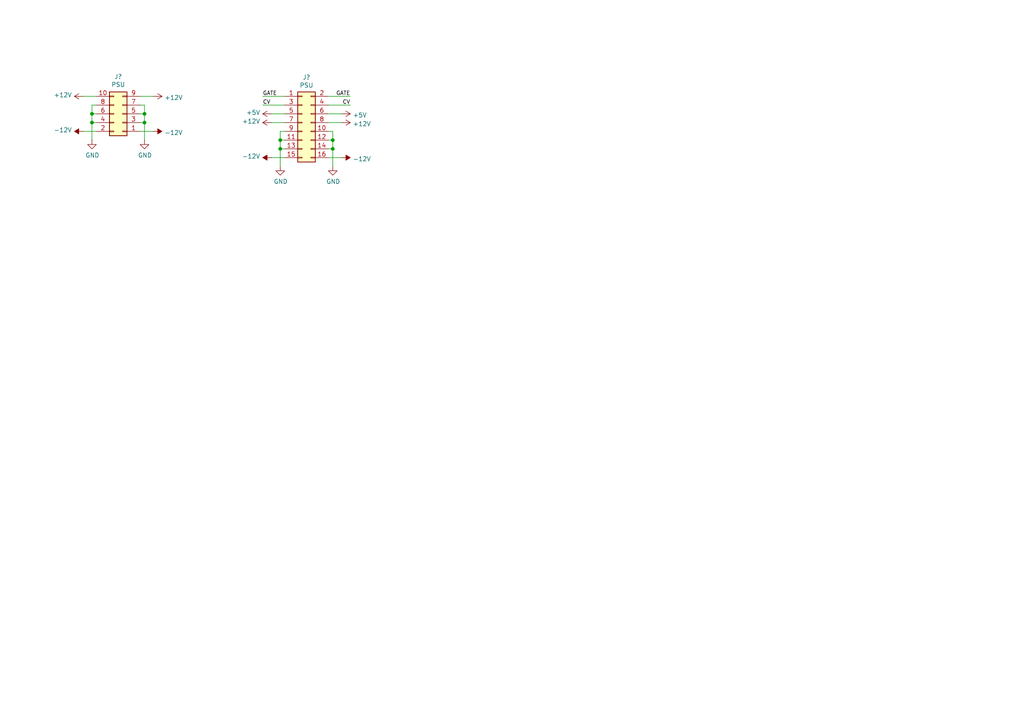
<source format=kicad_sch>
(kicad_sch (version 20250114) (generator "eeschema") (generator_version "9.0")
  (paper "A4")
  (lib_symbols
    (symbol "+12V_1" (power) (pin_numbers (hide yes)) (pin_names (offset 0) (hide yes))
      (property "Value" "+12V" (at 0 3.556 0))
      (symbol "+12V_1_0_1"
        (polyline (pts (xy -0.762 1.27) (xy 0 2.54)))
        (polyline (pts (xy 0 2.54) (xy 0.762 1.27)))
        (polyline (pts (xy 0 0) (xy 0 2.54)))
      )
      (symbol "+12V_1_1_1"
        (pin power_in line (at 0 0 90) (length 0) (name "~") (number "1"))
      )
    )
    (symbol "+12V_2" (power) (pin_numbers (hide yes)) (pin_names (offset 0) (hide yes))
      (property "Value" "+12V" (at 0 3.556 0))
      (symbol "+12V_2_0_1"
        (polyline (pts (xy -0.762 1.27) (xy 0 2.54)))
        (polyline (pts (xy 0 2.54) (xy 0.762 1.27)))
        (polyline (pts (xy 0 0) (xy 0 2.54)))
      )
      (symbol "+12V_2_1_1"
        (pin power_in line (at 0 0 90) (length 0) (name "~") (number "1"))
      )
    )
    (symbol "+12V_3" (power) (pin_numbers (hide yes)) (pin_names (offset 0) (hide yes))
      (property "Value" "+12V" (at 0 3.556 0))
      (symbol "+12V_3_0_1"
        (polyline (pts (xy -0.762 1.27) (xy 0 2.54)))
        (polyline (pts (xy 0 2.54) (xy 0.762 1.27)))
        (polyline (pts (xy 0 0) (xy 0 2.54)))
      )
      (symbol "+12V_3_1_1"
        (pin power_in line (at 0 0 90) (length 0) (name "~") (number "1"))
      )
    )
    (symbol "+5V_1" (power) (pin_numbers (hide yes)) (pin_names (offset 0) (hide yes))
      (property "Value" "+5V" (at 0 3.556 0))
      (symbol "+5V_1_0_1"
        (polyline (pts (xy -0.762 1.27) (xy 0 2.54)))
        (polyline (pts (xy 0 2.54) (xy 0.762 1.27)))
        (polyline (pts (xy 0 0) (xy 0 2.54)))
      )
      (symbol "+5V_1_1_1"
        (pin power_in line (at 0 0 90) (length 0) (name "~") (number "1"))
      )
    )
    (symbol "-12V_1" (power) (pin_numbers (hide yes)) (pin_names (offset 0) (hide yes))
      (property "Value" "-12V" (at 0 3.556 0))
      (symbol "-12V_1_0_0"
        (pin power_in line (at 0 0 90) (length 0) (name "~") (number "1"))
      )
      (symbol "-12V_1_0_1"
        (polyline (pts (xy 0 0) (xy 0 1.27) (xy 0.762 1.27) (xy 0 2.54) (xy -0.762 1.27) (xy 0 1.27)) (fill (type outline)))
      )
    )
    (symbol "-12V_2" (power) (pin_numbers (hide yes)) (pin_names (offset 0) (hide yes))
      (property "Value" "-12V" (at 0 3.556 0))
      (symbol "-12V_2_0_0"
        (pin power_in line (at 0 0 90) (length 0) (name "~") (number "1"))
      )
      (symbol "-12V_2_0_1"
        (polyline (pts (xy 0 0) (xy 0 1.27) (xy 0.762 1.27) (xy 0 2.54) (xy -0.762 1.27) (xy 0 1.27)) (fill (type outline)))
      )
    )
    (symbol "-12V_3" (power) (pin_numbers (hide yes)) (pin_names (offset 0) (hide yes))
      (property "Value" "-12V" (at 0 3.556 0))
      (symbol "-12V_3_0_0"
        (pin power_in line (at 0 0 90) (length 0) (name "~") (number "1"))
      )
      (symbol "-12V_3_0_1"
        (polyline (pts (xy 0 0) (xy 0 1.27) (xy 0.762 1.27) (xy 0 2.54) (xy -0.762 1.27) (xy 0 1.27)) (fill (type outline)))
      )
    )
    (symbol "Connector_Generic:Conn_02x05_Odd_Even" (pin_names (offset 1.016) (hide yes))
      (property "Reference" "J" (at 1.27 7.62 0))
      (property "Value" "Conn_02x05_Odd_Even" (at 1.27 -7.62 0))
      (symbol "Conn_02x05_Odd_Even_1_1"
        (rectangle (start -1.27 6.35) (end 3.81 -6.35) (stroke (width 0.254)) (fill (type background)))
        (rectangle (start -1.27 5.207) (end 0 4.953) (stroke (width 0.1524)))
        (rectangle (start -1.27 2.667) (end 0 2.413) (stroke (width 0.1524)))
        (rectangle (start -1.27 0.127) (end 0 -0.127) (stroke (width 0.1524)))
        (rectangle (start -1.27 -2.413) (end 0 -2.667) (stroke (width 0.1524)))
        (rectangle (start -1.27 -4.953) (end 0 -5.207) (stroke (width 0.1524)))
        (rectangle (start 3.81 5.207) (end 2.54 4.953) (stroke (width 0.1524)))
        (rectangle (start 3.81 2.667) (end 2.54 2.413) (stroke (width 0.1524)))
        (rectangle (start 3.81 0.127) (end 2.54 -0.127) (stroke (width 0.1524)))
        (rectangle (start 3.81 -2.413) (end 2.54 -2.667) (stroke (width 0.1524)))
        (rectangle (start 3.81 -4.953) (end 2.54 -5.207) (stroke (width 0.1524)))
        (pin passive line (at -5.08 5.08 0) (length 3.81) (name "Pin_1") (number "1"))
        (pin passive line (at -5.08 2.54 0) (length 3.81) (name "Pin_3") (number "3"))
        (pin passive line (at -5.08 0 0) (length 3.81) (name "Pin_5") (number "5"))
        (pin passive line (at -5.08 -2.54 0) (length 3.81) (name "Pin_7") (number "7"))
        (pin passive line (at -5.08 -5.08 0) (length 3.81) (name "Pin_9") (number "9"))
        (pin passive line (at 7.62 5.08 180) (length 3.81) (name "Pin_2") (number "2"))
        (pin passive line (at 7.62 2.54 180) (length 3.81) (name "Pin_4") (number "4"))
        (pin passive line (at 7.62 0 180) (length 3.81) (name "Pin_6") (number "6"))
        (pin passive line (at 7.62 -2.54 180) (length 3.81) (name "Pin_8") (number "8"))
        (pin passive line (at 7.62 -5.08 180) (length 3.81) (name "Pin_10") (number "10"))
      )
    )
    (symbol "Connector_Generic:Conn_02x08_Odd_Even" (pin_names (offset 1.016) (hide yes))
      (property "Reference" "J" (at 1.27 10.16 0))
      (property "Value" "Conn_02x08_Odd_Even" (at 1.27 -12.7 0))
      (symbol "Conn_02x08_Odd_Even_1_1"
        (rectangle (start -1.27 8.89) (end 3.81 -11.43) (stroke (width 0.254)) (fill (type background)))
        (rectangle (start -1.27 7.747) (end 0 7.493) (stroke (width 0.1524)))
        (rectangle (start -1.27 5.207) (end 0 4.953) (stroke (width 0.1524)))
        (rectangle (start -1.27 2.667) (end 0 2.413) (stroke (width 0.1524)))
        (rectangle (start -1.27 0.127) (end 0 -0.127) (stroke (width 0.1524)))
        (rectangle (start -1.27 -2.413) (end 0 -2.667) (stroke (width 0.1524)))
        (rectangle (start -1.27 -4.953) (end 0 -5.207) (stroke (width 0.1524)))
        (rectangle (start -1.27 -7.493) (end 0 -7.747) (stroke (width 0.1524)))
        (rectangle (start -1.27 -10.033) (end 0 -10.287) (stroke (width 0.1524)))
        (rectangle (start 3.81 7.747) (end 2.54 7.493) (stroke (width 0.1524)))
        (rectangle (start 3.81 5.207) (end 2.54 4.953) (stroke (width 0.1524)))
        (rectangle (start 3.81 2.667) (end 2.54 2.413) (stroke (width 0.1524)))
        (rectangle (start 3.81 0.127) (end 2.54 -0.127) (stroke (width 0.1524)))
        (rectangle (start 3.81 -2.413) (end 2.54 -2.667) (stroke (width 0.1524)))
        (rectangle (start 3.81 -4.953) (end 2.54 -5.207) (stroke (width 0.1524)))
        (rectangle (start 3.81 -7.493) (end 2.54 -7.747) (stroke (width 0.1524)))
        (rectangle (start 3.81 -10.033) (end 2.54 -10.287) (stroke (width 0.1524)))
        (pin passive line (at -5.08 7.62 0) (length 3.81) (name "Pin_1") (number "1"))
        (pin passive line (at -5.08 5.08 0) (length 3.81) (name "Pin_3") (number "3"))
        (pin passive line (at -5.08 2.54 0) (length 3.81) (name "Pin_5") (number "5"))
        (pin passive line (at -5.08 0 0) (length 3.81) (name "Pin_7") (number "7"))
        (pin passive line (at -5.08 -2.54 0) (length 3.81) (name "Pin_9") (number "9"))
        (pin passive line (at -5.08 -5.08 0) (length 3.81) (name "Pin_11") (number "11"))
        (pin passive line (at -5.08 -7.62 0) (length 3.81) (name "Pin_13") (number "13"))
        (pin passive line (at -5.08 -10.16 0) (length 3.81) (name "Pin_15") (number "15"))
        (pin passive line (at 7.62 7.62 180) (length 3.81) (name "Pin_2") (number "2"))
        (pin passive line (at 7.62 5.08 180) (length 3.81) (name "Pin_4") (number "4"))
        (pin passive line (at 7.62 2.54 180) (length 3.81) (name "Pin_6") (number "6"))
        (pin passive line (at 7.62 0 180) (length 3.81) (name "Pin_8") (number "8"))
        (pin passive line (at 7.62 -2.54 180) (length 3.81) (name "Pin_10") (number "10"))
        (pin passive line (at 7.62 -5.08 180) (length 3.81) (name "Pin_12") (number "12"))
        (pin passive line (at 7.62 -7.62 180) (length 3.81) (name "Pin_14") (number "14"))
        (pin passive line (at 7.62 -10.16 180) (length 3.81) (name "Pin_16") (number "16"))
      )
    )
    (symbol "GND_1" (power) (pin_numbers (hide yes)) (pin_names (offset 0) (hide yes))
      (property "Value" "GND" (at 0 -3.81 0))
      (symbol "GND_1_0_1"
        (polyline (pts (xy 0 0) (xy 0 -1.27) (xy 1.27 -1.27) (xy 0 -2.54) (xy -1.27 -1.27) (xy 0 -1.27)))
      )
      (symbol "GND_1_1_1"
        (pin power_in line (at 0 0 270) (length 0) (name "~") (number "1"))
      )
    )
    (symbol "GND_2" (power) (pin_numbers (hide yes)) (pin_names (offset 0) (hide yes))
      (property "Value" "GND" (at 0 -3.81 0))
      (symbol "GND_2_0_1"
        (polyline (pts (xy 0 0) (xy 0 -1.27) (xy 1.27 -1.27) (xy 0 -2.54) (xy -1.27 -1.27) (xy 0 -1.27)))
      )
      (symbol "GND_2_1_1"
        (pin power_in line (at 0 0 270) (length 0) (name "~") (number "1"))
      )
    )
    (symbol "GND_3" (power) (pin_numbers (hide yes)) (pin_names (offset 0) (hide yes))
      (property "Value" "GND" (at 0 -3.81 0))
      (symbol "GND_3_0_1"
        (polyline (pts (xy 0 0) (xy 0 -1.27) (xy 1.27 -1.27) (xy 0 -2.54) (xy -1.27 -1.27) (xy 0 -1.27)))
      )
      (symbol "GND_3_1_1"
        (pin power_in line (at 0 0 270) (length 0) (name "~") (number "1"))
      )
    )
    (symbol "power:+12V" (power) (pin_numbers (hide yes)) (pin_names (offset 0) (hide yes))
      (property "Value" "+12V" (at 0 3.556 0))
      (symbol "+12V_0_1"
        (polyline (pts (xy -0.762 1.27) (xy 0 2.54)))
        (polyline (pts (xy 0 2.54) (xy 0.762 1.27)))
        (polyline (pts (xy 0 0) (xy 0 2.54)))
      )
      (symbol "+12V_1_1"
        (pin power_in line (at 0 0 90) (length 0) (name "~") (number "1"))
      )
    )
    (symbol "power:+5V" (power) (pin_numbers (hide yes)) (pin_names (offset 0) (hide yes))
      (property "Value" "+5V" (at 0 3.556 0))
      (symbol "+5V_0_1"
        (polyline (pts (xy -0.762 1.27) (xy 0 2.54)))
        (polyline (pts (xy 0 2.54) (xy 0.762 1.27)))
        (polyline (pts (xy 0 0) (xy 0 2.54)))
      )
      (symbol "+5V_1_1"
        (pin power_in line (at 0 0 90) (length 0) (name "~") (number "1"))
      )
    )
    (symbol "power:-12V" (power) (pin_numbers (hide yes)) (pin_names (offset 0) (hide yes))
      (property "Value" "-12V" (at 0 3.556 0))
      (symbol "-12V_0_0"
        (pin power_in line (at 0 0 90) (length 0) (name "~") (number "1"))
      )
      (symbol "-12V_0_1"
        (polyline (pts (xy 0 0) (xy 0 1.27) (xy 0.762 1.27) (xy 0 2.54) (xy -0.762 1.27) (xy 0 1.27)) (fill (type outline)))
      )
    )
    (symbol "power:GND" (power) (pin_numbers (hide yes)) (pin_names (offset 0) (hide yes))
      (property "Value" "GND" (at 0 -3.81 0))
      (symbol "GND_0_1"
        (polyline (pts (xy 0 0) (xy 0 -1.27) (xy 1.27 -1.27) (xy 0 -2.54) (xy -1.27 -1.27) (xy 0 -1.27)))
      )
      (symbol "GND_1_1"
        (pin power_in line (at 0 0 270) (length 0) (name "~") (number "1"))
      )
    )
  )
  (junction (at 41.91 35.56))
  (junction (at 81.28 43.18))
  (junction (at 26.67 35.56))
  (junction (at 96.52 43.18))
  (junction (at 96.52 40.64))
  (junction (at 26.67 33.02))
  (junction (at 81.28 40.64))
  (junction (at 41.91 33.02))
  (wire (pts (xy 82.55 30.48) (xy 76.2 30.48)))
  (wire (pts (xy 78.74 33.02) (xy 82.55 33.02)))
  (wire (pts (xy 40.64 33.02) (xy 41.91 33.02)))
  (wire (pts (xy 95.25 27.94) (xy 101.6 27.94)))
  (wire (pts (xy 27.94 33.02) (xy 26.67 33.02)))
  (wire (pts (xy 27.94 35.56) (xy 26.67 35.56)))
  (wire (pts (xy 41.91 35.56) (xy 41.91 40.64)))
  (wire (pts (xy 40.64 27.94) (xy 44.45 27.94)))
  (wire (pts (xy 95.25 33.02) (xy 99.06 33.02)))
  (wire (pts (xy 81.28 40.64) (xy 81.28 43.18)))
  (wire (pts (xy 26.67 33.02) (xy 26.67 35.56)))
  (wire (pts (xy 78.74 45.72) (xy 82.55 45.72)))
  (wire (pts (xy 40.64 35.56) (xy 41.91 35.56)))
  (wire (pts (xy 95.25 35.56) (xy 99.06 35.56)))
  (wire (pts (xy 81.28 43.18) (xy 81.28 48.26)))
  (wire (pts (xy 41.91 33.02) (xy 41.91 35.56)))
  (wire (pts (xy 95.25 43.18) (xy 96.52 43.18)))
  (wire (pts (xy 82.55 43.18) (xy 81.28 43.18)))
  (wire (pts (xy 81.28 38.1) (xy 81.28 40.64)))
  (wire (pts (xy 40.64 38.1) (xy 44.45 38.1)))
  (wire (pts (xy 41.91 30.48) (xy 41.91 33.02)))
  (wire (pts (xy 26.67 35.56) (xy 26.67 40.64)))
  (wire (pts (xy 24.13 27.94) (xy 27.94 27.94)))
  (wire (pts (xy 40.64 30.48) (xy 41.91 30.48)))
  (wire (pts (xy 24.13 38.1) (xy 27.94 38.1)))
  (wire (pts (xy 95.25 45.72) (xy 99.06 45.72)))
  (wire (pts (xy 78.74 35.56) (xy 82.55 35.56)))
  (wire (pts (xy 96.52 38.1) (xy 96.52 40.64)))
  (wire (pts (xy 26.67 30.48) (xy 26.67 33.02)))
  (wire (pts (xy 96.52 43.18) (xy 96.52 48.26)))
  (wire (pts (xy 95.25 30.48) (xy 101.6 30.48)))
  (wire (pts (xy 95.25 38.1) (xy 96.52 38.1)))
  (wire (pts (xy 82.55 38.1) (xy 81.28 38.1)))
  (wire (pts (xy 96.52 40.64) (xy 96.52 43.18)))
  (wire (pts (xy 95.25 40.64) (xy 96.52 40.64)))
  (wire (pts (xy 82.55 40.64) (xy 81.28 40.64)))
  (wire (pts (xy 27.94 30.48) (xy 26.67 30.48)))
  (wire (pts (xy 76.2 27.94) (xy 82.55 27.94)))
  (label "GATE" (at 101.6 27.94 180) (effects (font (size 1.1176 1.1176))))
  (label "CV" (at 76.2 30.48 0) (effects (font (size 1.1176 1.1176))))
  (label "GATE" (at 76.2 27.94 0) (effects (font (size 1.1176 1.1176))))
  (label "CV" (at 101.6 30.48 180) (effects (font (size 1.1176 1.1176))))
  (symbol (lib_id "Connector_Generic:Conn_02x05_Odd_Even") (at 35.56 33.02 180) (unit 1)
    (property "Reference" "J?" (at 34.29 22.225 0))
    (property "Value" "PSU" (at 34.29 24.5364 0))
  )
  (symbol (lib_id "Connector_Generic:Conn_02x08_Odd_Even") (at 87.63 35.56 0) (unit 1)
    (property "Reference" "J?" (at 88.9 22.4282 0))
    (property "Value" "PSU" (at 88.9 24.7396 0))
  )
  (symbol (lib_name "GND_2") (lib_id "power:GND") (at 41.91 40.64 0) (unit 1)
    (property "Reference" "#PWR0105" (effects (hide yes)))
    (property "Value" "GND" (at 42.037 45.0342 0))
    (property "Description" "Power symbol creates a global label with name \"GND\" , ground" (effects (hide yes)))
  )
  (symbol (lib_name "GND_1") (lib_id "power:GND") (at 26.67 40.64 0) (unit 1)
    (property "Reference" "#PWR0106" (effects (hide yes)))
    (property "Value" "GND" (at 26.797 45.0342 0))
    (property "Description" "Power symbol creates a global label with name \"GND\" , ground" (effects (hide yes)))
  )
  (symbol (lib_name "+12V_2") (lib_id "power:+12V") (at 44.45 27.94 270) (unit 1)
    (property "Reference" "#PWR0110" (effects (hide yes)))
    (property "Value" "+12V" (at 47.7012 28.321 90) (effects (justify left)))
    (property "Description" "Power symbol creates a global label with name \"+12V\"" (effects (hide yes)))
  )
  (symbol (lib_name "+12V_1") (lib_id "power:+12V") (at 24.13 27.94 90) (unit 1)
    (property "Reference" "#PWR0108" (effects (hide yes)))
    (property "Value" "+12V" (at 20.8788 27.559 90) (effects (justify left)))
    (property "Description" "Power symbol creates a global label with name \"+12V\"" (effects (hide yes)))
  )
  (symbol (lib_name "-12V_2") (lib_id "power:-12V") (at 44.45 38.1 270) (unit 1)
    (property "Reference" "#PWR0109" (effects (hide yes)))
    (property "Value" "-12V" (at 47.7012 38.481 90) (effects (justify left)))
    (property "Description" "Power symbol creates a global label with name \"-12V\"" (effects (hide yes)))
  )
  (symbol (lib_name "-12V_1") (lib_id "power:-12V") (at 24.13 38.1 90) (unit 1)
    (property "Reference" "#PWR0107" (effects (hide yes)))
    (property "Value" "-12V" (at 20.8788 37.719 90) (effects (justify left)))
    (property "Description" "Power symbol creates a global label with name \"-12V\"" (effects (hide yes)))
  )
  (symbol (lib_id "power:-12V") (at 99.06 45.72 270) (unit 1)
    (property "Reference" "#PWR0101" (effects (hide yes)))
    (property "Value" "-12V" (at 102.3112 46.101 90) (effects (justify left)))
    (property "Description" "Power symbol creates a global label with name \"-12V\"" (effects (hide yes)))
  )
  (symbol (lib_id "power:+12V") (at 99.06 35.56 270) (unit 1)
    (property "Reference" "#PWR0102" (effects (hide yes)))
    (property "Value" "+12V" (at 102.3112 35.941 90) (effects (justify left)))
    (property "Description" "Power symbol creates a global label with name \"+12V\"" (effects (hide yes)))
  )
  (symbol (lib_name "-12V_3") (lib_id "power:-12V") (at 78.74 45.72 90) (unit 1)
    (property "Reference" "#PWR0111" (effects (hide yes)))
    (property "Value" "-12V" (at 75.4888 45.339 90) (effects (justify left)))
    (property "Description" "Power symbol creates a global label with name \"-12V\"" (effects (hide yes)))
  )
  (symbol (lib_name "+12V_3") (lib_id "power:+12V") (at 78.74 35.56 90) (unit 1)
    (property "Reference" "#PWR0112" (effects (hide yes)))
    (property "Value" "+12V" (at 75.4888 35.179 90) (effects (justify left)))
    (property "Description" "Power symbol creates a global label with name \"+12V\"" (effects (hide yes)))
  )
  (symbol (lib_name "GND_3") (lib_id "power:GND") (at 81.28 48.26 0) (unit 1)
    (property "Reference" "#PWR0114" (effects (hide yes)))
    (property "Value" "GND" (at 81.407 52.6542 0))
    (property "Description" "Power symbol creates a global label with name \"GND\" , ground" (effects (hide yes)))
  )
  (symbol (lib_id "power:GND") (at 96.52 48.26 0) (unit 1)
    (property "Reference" "#PWR0104" (effects (hide yes)))
    (property "Value" "GND" (at 96.647 52.6542 0))
    (property "Description" "Power symbol creates a global label with name \"GND\" , ground" (effects (hide yes)))
  )
  (symbol (lib_id "power:+5V") (at 99.06 33.02 270) (unit 1)
    (property "Reference" "#PWR0103" (effects (hide yes)))
    (property "Value" "+5V" (at 102.3112 33.401 90) (effects (justify left)))
    (property "Description" "Power symbol creates a global label with name \"+5V\"" (effects (hide yes)))
  )
  (symbol (lib_name "+5V_1") (lib_id "power:+5V") (at 78.74 33.02 90) (unit 1)
    (property "Reference" "#PWR0113" (effects (hide yes)))
    (property "Value" "+5V" (at 75.4888 32.639 90) (effects (justify left)))
    (property "Description" "Power symbol creates a global label with name \"+5V\"" (effects (hide yes)))
  )
)
</source>
